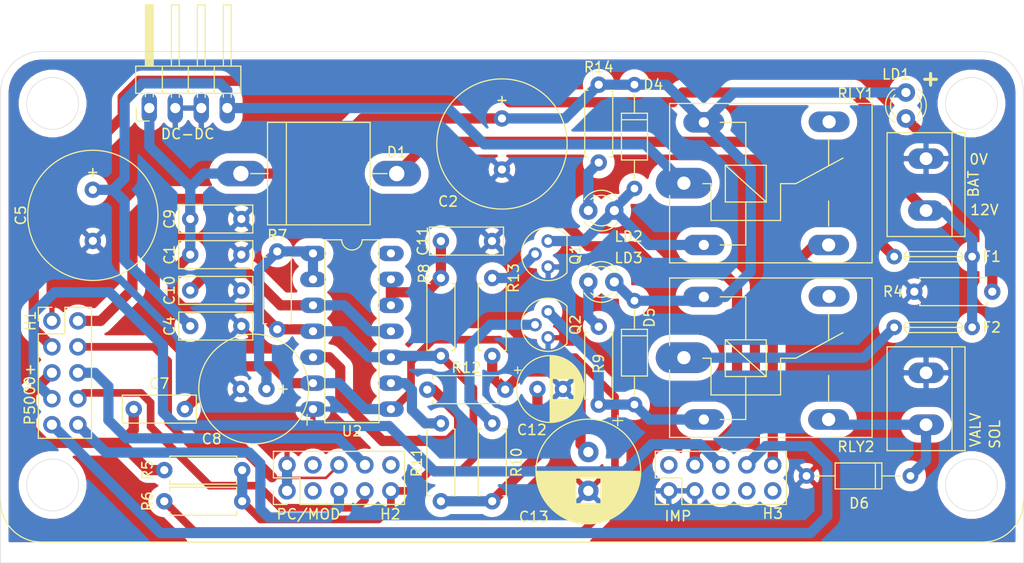
<source format=kicad_pcb>
(kicad_pcb (version 20171130) (host pcbnew "(5.1.12)-1")
  (layers (0 F.Cu signal) (31 B.Cu signal hide) (34 B.Paste user) (35 F.Paste user) (36 B.SilkS user) (37 F.SilkS user) (38 B.Mask user) (39 F.Mask user) (44 Edge.Cuts user))
  (net 0 "")
  (net 1 Earth)
  (net 2 "Net-(BAT1-Pad1)")
  (net 3 "Net-(C1-Pad2)")
  (net 4 "Net-(C4-Pad1)")
  (net 5 "Net-(C7-Pad2)")
  (net 6 "Net-(C7-Pad1)")
  (net 7 "Net-(C10-Pad2)")
  (net 8 "Net-(C11-Pad2)")
  (net 9 "Net-(C12-Pad1)")
  (net 10 "Net-(C13-Pad1)")
  (net 11 "Net-(D1-Pad1)")
  (net 12 "Net-(D4-Pad2)")
  (net 13 "Net-(D5-Pad2)")
  (net 14 "Net-(D6-Pad2)")
  (net 15 "Net-(F2-Pad2)")
  (net 16 "Net-(H1-Pad10)")
  (net 17 "Net-(H1-Pad9)")
  (net 18 "Net-(H1-Pad8)")
  (net 19 "Net-(H1-Pad7)")
  (net 20 "Net-(H1-Pad6)")
  (net 21 "Net-(H1-Pad5)")
  (net 22 "Net-(H1-Pad4)")
  (net 23 "Net-(H2-Pad9)")
  (net 24 "Net-(H2-Pad6)")
  (net 25 "Net-(H2-Pad2)")
  (net 26 "Net-(H3-Pad10)")
  (net 27 "Net-(H3-Pad6)")
  (net 28 "Net-(H3-Pad5)")
  (net 29 "Net-(H3-Pad4)")
  (net 30 "Net-(H3-Pad3)")
  (net 31 "Net-(LD1-Pad2)")
  (net 32 "Net-(LD2-Pad2)")
  (net 33 "Net-(LD3-Pad2)")
  (net 34 "Net-(Q1-Pad2)")
  (net 35 "Net-(Q2-Pad2)")
  (net 36 "Net-(R11-Pad2)")
  (net 37 "Net-(R12-Pad2)")
  (net 38 "Net-(RLY1-Pad4)")
  (net 39 "Net-(RLY2-Pad4)")
  (net 40 "Net-(U2-Pad14)")
  (net 41 "Net-(C8-Pad1)")
  (module Package_TO_SOT_THT:TO-92 (layer F.Cu) (at 129.7305 91.5035 90)
    (fp_text reference Q2 (at 1.27 2.667 90) (layer F.SilkS))
    (fp_text value PN2222A)
    (pad 1 thru_hole oval (at 0 0 90) (size 1.3 1.3) (drill 0.75) (layers *.Cu *.Mask) (net 1 Earth))
    (pad 3 thru_hole circle (at 2.54 0 90) (size 1.3 1.3) (drill 0.75) (layers *.Cu *.Mask) (net 13 "Net-(D5-Pad2)"))
    (pad 2 thru_hole circle (at 1.27 -1.27 90) (size 1.3 1.3) (drill 0.75) (layers *.Cu *.Mask) (net 35 "Net-(Q2-Pad2)"))
  )
  (module Package_TO_SOT_THT:TO-92 (layer F.Cu) (at 129.7305 84.582 90)
    (fp_text reference Q1 (at 1.2065 2.667 90) (layer F.SilkS))
    (fp_text value PN2222A)
    (pad 1 thru_hole oval (at 0 0 90) (size 1.3 1.3) (drill 0.75) (layers *.Cu *.Mask) (net 1 Earth))
    (pad 3 thru_hole circle (at 2.54 0 90) (size 1.3 1.3) (drill 0.75) (layers *.Cu *.Mask) (net 12 "Net-(D4-Pad2)"))
    (pad 2 thru_hole circle (at 1.27 -1.27 90) (size 1.3 1.3) (drill 0.75) (layers *.Cu *.Mask) (net 34 "Net-(Q1-Pad2)"))
  )
  (module TerminalBlock:TerminalBlock_bornier-2_P5.08mm (layer F.Cu) (at 166.6875 100.0125 90)
    (fp_text reference VALV1 hide)
    (fp_text value Conn_01x02)
    (pad 2 thru_hole oval (at 5.08 0 90) (size 2 3.5) (drill 1.25) (layers *.Cu *.Mask) (net 1 Earth))
    (pad 1 thru_hole oval (at 0 0 90) (size 2 3.5) (drill 1.25) (layers *.Cu *.Mask) (net 14 "Net-(D6-Pad2)"))
  )
  (module Package_DIP:DIP-14_W7.62mm (layer F.Cu) (at 106.7435 83.2485)
    (fp_text reference U2 (at 3.81 17.399) (layer F.SilkS))
    (fp_text value NE556N)
    (pad 14 thru_hole oval (at 7.62 0) (size 2.5 1.5) (drill 0.8) (layers *.Cu *.Mask) (net 40 "Net-(U2-Pad14)"))
    (pad 7 thru_hole oval (at 0 15.24) (size 2.5 1.5) (drill 0.8) (layers *.Cu *.Mask) (net 1 Earth))
    (pad 13 thru_hole oval (at 7.62 2.54) (size 2.5 1.5) (drill 0.8) (layers *.Cu *.Mask) (net 8 "Net-(C11-Pad2)"))
    (pad 6 thru_hole oval (at 0 12.7) (size 2.5 1.5) (drill 0.8) (layers *.Cu *.Mask) (net 5 "Net-(C7-Pad2)"))
    (pad 12 thru_hole oval (at 7.62 5.08) (size 2.5 1.5) (drill 0.8) (layers *.Cu *.Mask) (net 8 "Net-(C11-Pad2)"))
    (pad 5 thru_hole oval (at 0 10.16) (size 2.5 1.5) (drill 0.8) (layers *.Cu *.Mask) (net 37 "Net-(R12-Pad2)"))
    (pad 11 thru_hole oval (at 7.62 7.62) (size 2.5 1.5) (drill 0.8) (layers *.Cu *.Mask) (net 7 "Net-(C10-Pad2)"))
    (pad 4 thru_hole oval (at 0 7.62) (size 2.5 1.5) (drill 0.8) (layers *.Cu *.Mask) (net 3 "Net-(C1-Pad2)"))
    (pad 10 thru_hole oval (at 7.62 10.16) (size 2.5 1.5) (drill 0.8) (layers *.Cu *.Mask) (net 3 "Net-(C1-Pad2)"))
    (pad 3 thru_hole oval (at 0 5.08) (size 2.5 1.5) (drill 0.8) (layers *.Cu *.Mask) (net 7 "Net-(C10-Pad2)"))
    (pad 9 thru_hole oval (at 7.62 12.7) (size 2.5 1.5) (drill 0.8) (layers *.Cu *.Mask) (net 36 "Net-(R11-Pad2)"))
    (pad 2 thru_hole oval (at 0 2.54) (size 2.5 1.5) (drill 0.8) (layers *.Cu *.Mask) (net 41 "Net-(C8-Pad1)"))
    (pad 8 thru_hole oval (at 7.62 15.24) (size 2.5 1.5) (drill 0.8) (layers *.Cu *.Mask) (net 5 "Net-(C7-Pad2)"))
    (pad 1 thru_hole oval (at 0 0) (size 2.5 1.5) (drill 0.8) (layers *.Cu *.Mask) (net 41 "Net-(C8-Pad1)"))
  )
  (module Relay_THT:Relay_SPDT_SANYOU_SRD_Series_Form_C (layer F.Cu) (at 143.0125 93.4545)
    (fp_text reference RLY2 (at 16.817 8.717) (layer F.SilkS))
    (fp_text value SANYOU_SRD_Form_C)
    (pad 1 thru_hole oval (at 0 0 90) (size 3 5.5) (drill 1.3) (layers *.Cu *.Mask) (net 15 "Net-(F2-Pad2)"))
    (pad 5 thru_hole oval (at 1.95 -5.95 90) (size 2 4) (drill 1) (layers *.Cu *.Mask) (net 3 "Net-(C1-Pad2)"))
    (pad 4 thru_hole oval (at 14.2 -6 90) (size 2 4) (drill 1.3) (layers *.Cu *.Mask) (net 39 "Net-(RLY2-Pad4)"))
    (pad 3 thru_hole oval (at 14.15 6.05 90) (size 2 4) (drill 1.3) (layers *.Cu *.Mask) (net 14 "Net-(D6-Pad2)"))
    (pad 2 thru_hole oval (at 1.95 6.05 90) (size 2 4) (drill 1) (layers *.Cu *.Mask) (net 13 "Net-(D5-Pad2)"))
  )
  (module Relay_THT:Relay_SPDT_SANYOU_SRD_Series_Form_C (layer F.Cu) (at 143.0125 76.373)
    (fp_text reference RLY1 (at 16.817 -8.7455) (layer F.SilkS))
    (fp_text value SANYOU_SRD_Form_C)
    (pad 1 thru_hole oval (at 0 0 90) (size 3 5.5) (drill 1.3) (layers *.Cu *.Mask) (net 4 "Net-(C4-Pad1)"))
    (pad 5 thru_hole oval (at 1.95 -5.95 90) (size 2 4) (drill 1) (layers *.Cu *.Mask) (net 3 "Net-(C1-Pad2)"))
    (pad 4 thru_hole oval (at 14.2 -6 90) (size 2 4) (drill 1.3) (layers *.Cu *.Mask) (net 38 "Net-(RLY1-Pad4)"))
    (pad 3 thru_hole oval (at 14.15 6.05 90) (size 2 4) (drill 1.3) (layers *.Cu *.Mask) (net 27 "Net-(H3-Pad6)"))
    (pad 2 thru_hole oval (at 1.95 6.05 90) (size 2 4) (drill 1) (layers *.Cu *.Mask) (net 12 "Net-(D4-Pad2)"))
  )
  (module Resistor_THT:R_Axial_DIN0207_L6.3mm_D2.5mm_P7.62mm_Horizontal (layer F.Cu) (at 134.6835 74.3585 90)
    (fp_text reference R14 (at 9.3345 0 180) (layer F.SilkS))
    (fp_text value R_Small)
    (pad 2 thru_hole oval (at 7.62 0 90) (size 1.6 1.6) (drill 0.8) (layers *.Cu *.Mask) (net 3 "Net-(C1-Pad2)"))
    (pad 1 thru_hole circle (at 0 0 90) (size 1.6 1.6) (drill 0.8) (layers *.Cu *.Mask) (net 32 "Net-(LD2-Pad2)"))
  )
  (module Resistor_THT:R_Axial_DIN0207_L6.3mm_D2.5mm_P7.62mm_Horizontal (layer F.Cu) (at 124.2695 85.6615 270)
    (fp_text reference R13 (at 0 -2.0955 90) (layer F.SilkS))
    (fp_text value R_Small)
    (pad 2 thru_hole oval (at 7.62 0 270) (size 1.6 1.6) (drill 0.8) (layers *.Cu *.Mask) (net 10 "Net-(C13-Pad1)"))
    (pad 1 thru_hole circle (at 0 0 270) (size 1.6 1.6) (drill 0.8) (layers *.Cu *.Mask) (net 34 "Net-(Q1-Pad2)"))
  )
  (module Resistor_THT:R_Axial_DIN0207_L6.3mm_D2.5mm_P7.62mm_Horizontal (layer F.Cu) (at 125.5395 96.5835 180)
    (fp_text reference R12 (at 3.81 2.159) (layer F.SilkS))
    (fp_text value R_Small)
    (pad 2 thru_hole oval (at 7.62 0 180) (size 1.6 1.6) (drill 0.8) (layers *.Cu *.Mask) (net 37 "Net-(R12-Pad2)"))
    (pad 1 thru_hole circle (at 0 0 180) (size 1.6 1.6) (drill 0.8) (layers *.Cu *.Mask) (net 10 "Net-(C13-Pad1)"))
  )
  (module Resistor_THT:R_Axial_DIN0207_L6.3mm_D2.5mm_P7.62mm_Horizontal (layer F.Cu) (at 119.253 107.5055 90)
    (fp_text reference R11 (at 3.81 -2.37 90) (layer F.SilkS))
    (fp_text value R_Small)
    (pad 2 thru_hole oval (at 7.62 0 90) (size 1.6 1.6) (drill 0.8) (layers *.Cu *.Mask) (net 36 "Net-(R11-Pad2)"))
    (pad 1 thru_hole circle (at 0 0 90) (size 1.6 1.6) (drill 0.8) (layers *.Cu *.Mask) (net 9 "Net-(C12-Pad1)"))
  )
  (module Resistor_THT:R_Axial_DIN0207_L6.3mm_D2.5mm_P7.62mm_Horizontal (layer F.Cu) (at 124.2695 99.8855 270)
    (fp_text reference R10 (at 3.81 -2.37 90) (layer F.SilkS))
    (fp_text value R_Small)
    (pad 2 thru_hole oval (at 7.62 0 270) (size 1.6 1.6) (drill 0.8) (layers *.Cu *.Mask) (net 9 "Net-(C12-Pad1)"))
    (pad 1 thru_hole circle (at 0 0 270) (size 1.6 1.6) (drill 0.8) (layers *.Cu *.Mask) (net 35 "Net-(Q2-Pad2)"))
  )
  (module Resistor_THT:R_Axial_DIN0207_L6.3mm_D2.5mm_P7.62mm_Horizontal (layer F.Cu) (at 134.6835 98.044 90)
    (fp_text reference R9 (at 4.0005 0 270) (layer F.SilkS))
    (fp_text value R_Small)
    (pad 2 thru_hole oval (at 7.62 0 90) (size 1.6 1.6) (drill 0.8) (layers *.Cu *.Mask) (net 33 "Net-(LD3-Pad2)"))
    (pad 1 thru_hole circle (at 0 0 90) (size 1.6 1.6) (drill 0.8) (layers *.Cu *.Mask) (net 13 "Net-(D5-Pad2)"))
  )
  (module Resistor_THT:R_Axial_DIN0207_L6.3mm_D2.5mm_P7.62mm_Horizontal (layer F.Cu) (at 119.253 93.2815 90)
    (fp_text reference R8 (at 8.0645 -1.651 270) (layer F.SilkS))
    (fp_text value R_Small)
    (pad 2 thru_hole oval (at 7.62 0 90) (size 1.6 1.6) (drill 0.8) (layers *.Cu *.Mask) (net 8 "Net-(C11-Pad2)"))
    (pad 1 thru_hole circle (at 0 0 90) (size 1.6 1.6) (drill 0.8) (layers *.Cu *.Mask) (net 3 "Net-(C1-Pad2)"))
  )
  (module Resistor_THT:R_Axial_DIN0207_L6.3mm_D2.5mm_P7.62mm_Horizontal (layer F.Cu) (at 103.251 90.678 90)
    (fp_text reference R7 (at 9.2075 0 180) (layer F.SilkS))
    (fp_text value R_Small)
    (pad 2 thru_hole oval (at 7.62 0 90) (size 1.6 1.6) (drill 0.8) (layers *.Cu *.Mask) (net 41 "Net-(C8-Pad1)"))
    (pad 1 thru_hole circle (at 0 0 90) (size 1.6 1.6) (drill 0.8) (layers *.Cu *.Mask) (net 3 "Net-(C1-Pad2)"))
  )
  (module Resistor_THT:R_Axial_DIN0207_L6.3mm_D2.5mm_P7.62mm_Horizontal (layer F.Cu) (at 99.822 107.5055 180)
    (fp_text reference R6 (at 9.271 0 90) (layer F.SilkS))
    (fp_text value R_Small)
    (pad 2 thru_hole oval (at 7.62 0 180) (size 1.6 1.6) (drill 0.8) (layers *.Cu *.Mask) (net 5 "Net-(C7-Pad2)"))
    (pad 1 thru_hole circle (at 0 0 180) (size 1.6 1.6) (drill 0.8) (layers *.Cu *.Mask) (net 3 "Net-(C1-Pad2)"))
  )
  (module Resistor_THT:R_Axial_DIN0207_L6.3mm_D2.5mm_P7.62mm_Horizontal (layer F.Cu) (at 99.822 104.4575 180)
    (fp_text reference R5 (at 9.271 0 90) (layer F.SilkS))
    (fp_text value R_Small)
    (pad 2 thru_hole oval (at 7.62 0 180) (size 1.6 1.6) (drill 0.8) (layers *.Cu *.Mask) (net 6 "Net-(C7-Pad1)"))
    (pad 1 thru_hole circle (at 0 0 180) (size 1.6 1.6) (drill 0.8) (layers *.Cu *.Mask) (net 3 "Net-(C1-Pad2)"))
  )
  (module Resistor_THT:R_Axial_DIN0207_L6.3mm_D2.5mm_P7.62mm_Horizontal (layer F.Cu) (at 165.5445 86.995)
    (fp_text reference R4 (at -2.0955 0) (layer F.SilkS))
    (fp_text value R_Small)
    (pad 2 thru_hole oval (at 7.62 0) (size 1.6 1.6) (drill 0.8) (layers *.Cu *.Mask) (net 31 "Net-(LD1-Pad2)"))
    (pad 1 thru_hole circle (at 0 0) (size 1.6 1.6) (drill 0.8) (layers *.Cu *.Mask) (net 1 Earth))
  )
  (module LED_THT:LED_D3.0mm (layer F.Cu) (at 136.2075 86.0425 180)
    (fp_text reference LD3 (at -1.397 2.3495) (layer F.SilkS))
    (fp_text value LED)
    (pad 2 thru_hole circle (at 2.54 0 180) (size 1.8 1.8) (drill 0.9) (layers *.Cu *.Mask) (net 33 "Net-(LD3-Pad2)"))
    (pad 1 thru_hole oval (at 0 0 180) (size 1.8 1.8) (drill 0.9) (layers *.Cu *.Mask) (net 3 "Net-(C1-Pad2)"))
  )
  (module LED_THT:LED_D3.0mm (layer F.Cu) (at 136.2075 79.0575 180)
    (fp_text reference LD2 (at -1.397 -2.54) (layer F.SilkS))
    (fp_text value LED)
    (pad 2 thru_hole circle (at 2.54 0 180) (size 1.8 1.8) (drill 0.9) (layers *.Cu *.Mask) (net 32 "Net-(LD2-Pad2)"))
    (pad 1 thru_hole oval (at 0 0 180) (size 1.8 1.8) (drill 0.9) (layers *.Cu *.Mask) (net 12 "Net-(D4-Pad2)"))
  )
  (module LED_THT:LED_D3.0mm (layer F.Cu) (at 164.719 67.5005 270)
    (fp_text reference LD1 (at -1.778 0.9525 180) (layer F.SilkS))
    (fp_text value LED)
    (pad 2 thru_hole circle (at 2.54 0 270) (size 1.8 1.8) (drill 0.9) (layers *.Cu *.Mask) (net 31 "Net-(LD1-Pad2)"))
    (pad 1 thru_hole oval (at 0 0 270) (size 1.8 1.8) (drill 0.9) (layers *.Cu *.Mask) (net 3 "Net-(C1-Pad2)"))
  )
  (module Connector_PinHeader_2.54mm:PinHeader_2x05_P2.54mm_Vertical (layer F.Cu) (at 141.5415 106.4895 90)
    (fp_text reference H3 (at -2.2225 10.16 180) (layer F.SilkS))
    (fp_text value Conn_02x05_Counter_Clockwise)
    (pad 6 thru_hole oval (at 2.54 10.16 90) (size 1.7 1.7) (drill 1) (layers *.Cu *.Mask) (net 27 "Net-(H3-Pad6)"))
    (pad 5 thru_hole oval (at 0 10.16 90) (size 1.7 1.7) (drill 1) (layers *.Cu *.Mask) (net 28 "Net-(H3-Pad5)"))
    (pad 7 thru_hole oval (at 2.54 7.62 90) (size 1.7 1.7) (drill 1) (layers *.Cu *.Mask) (net 21 "Net-(H1-Pad5)"))
    (pad 4 thru_hole oval (at 0 7.62 90) (size 1.7 1.7) (drill 1) (layers *.Cu *.Mask) (net 29 "Net-(H3-Pad4)"))
    (pad 8 thru_hole oval (at 2.54 5.08 90) (size 1.7 1.7) (drill 1) (layers *.Cu *.Mask) (net 22 "Net-(H1-Pad4)"))
    (pad 3 thru_hole oval (at 0 5.08 90) (size 1.7 1.7) (drill 1) (layers *.Cu *.Mask) (net 30 "Net-(H3-Pad3)"))
    (pad 9 thru_hole oval (at 2.54 2.54 90) (size 1.7 1.7) (drill 1) (layers *.Cu *.Mask) (net 16 "Net-(H1-Pad10)"))
    (pad 2 thru_hole oval (at 0 2.54 90) (size 1.7 1.7) (drill 1) (layers *.Cu *.Mask) (net 1 Earth))
    (pad 10 thru_hole oval (at 2.54 0 90) (size 1.7 1.7) (drill 1) (layers *.Cu *.Mask) (net 26 "Net-(H3-Pad10)"))
    (pad 1 thru_hole oval (at 0 0 90) (size 1.7 1.7) (drill 1) (layers *.Cu *.Mask) (net 1 Earth))
  )
  (module Connector_PinHeader_2.54mm:PinHeader_2x05_P2.54mm_Vertical (layer F.Cu) (at 104.2035 106.4895 90)
    (fp_text reference H2 (at -2.286 10.0965 180) (layer F.SilkS))
    (fp_text value Conn_02x05_Counter_Clockwise)
    (pad 6 thru_hole oval (at 2.54 10.16 90) (size 1.7 1.7) (drill 1) (layers *.Cu *.Mask) (net 24 "Net-(H2-Pad6)"))
    (pad 5 thru_hole oval (at 0 10.16 90) (size 1.7 1.7) (drill 1) (layers *.Cu *.Mask) (net 3 "Net-(C1-Pad2)"))
    (pad 7 thru_hole oval (at 2.54 7.62 90) (size 1.7 1.7) (drill 1) (layers *.Cu *.Mask) (net 18 "Net-(H1-Pad8)"))
    (pad 4 thru_hole oval (at 0 7.62 90) (size 1.7 1.7) (drill 1) (layers *.Cu *.Mask) (net 19 "Net-(H1-Pad7)"))
    (pad 8 thru_hole oval (at 2.54 5.08 90) (size 1.7 1.7) (drill 1) (layers *.Cu *.Mask) (net 17 "Net-(H1-Pad9)"))
    (pad 3 thru_hole oval (at 0 5.08 90) (size 1.7 1.7) (drill 1) (layers *.Cu *.Mask) (net 20 "Net-(H1-Pad6)"))
    (pad 9 thru_hole oval (at 2.54 2.54 90) (size 1.7 1.7) (drill 1) (layers *.Cu *.Mask) (net 23 "Net-(H2-Pad9)"))
    (pad 2 thru_hole oval (at 0 2.54 90) (size 1.7 1.7) (drill 1) (layers *.Cu *.Mask) (net 25 "Net-(H2-Pad2)"))
    (pad 10 thru_hole oval (at 2.54 0 90) (size 1.7 1.7) (drill 1) (layers *.Cu *.Mask) (net 1 Earth))
    (pad 1 thru_hole oval (at 0 0 90) (size 1.7 1.7) (drill 1) (layers *.Cu *.Mask) (net 1 Earth))
  )
  (module Connector_PinHeader_2.54mm:PinHeader_2x05_P2.54mm_Vertical (layer F.Cu) (at 81.2165 89.8525)
    (fp_text reference H1 (at -2.0955 0 90) (layer F.SilkS))
    (fp_text value Conn_02x05_Counter_Clockwise)
    (pad 6 thru_hole oval (at 2.54 10.16) (size 1.7 1.7) (drill 1) (layers *.Cu *.Mask) (net 20 "Net-(H1-Pad6)"))
    (pad 5 thru_hole oval (at 0 10.16) (size 1.7 1.7) (drill 1) (layers *.Cu *.Mask) (net 21 "Net-(H1-Pad5)"))
    (pad 7 thru_hole oval (at 2.54 7.62) (size 1.7 1.7) (drill 1) (layers *.Cu *.Mask) (net 19 "Net-(H1-Pad7)"))
    (pad 4 thru_hole oval (at 0 7.62) (size 1.7 1.7) (drill 1) (layers *.Cu *.Mask) (net 22 "Net-(H1-Pad4)"))
    (pad 8 thru_hole oval (at 2.54 5.08) (size 1.7 1.7) (drill 1) (layers *.Cu *.Mask) (net 18 "Net-(H1-Pad8)"))
    (pad 3 thru_hole oval (at 0 5.08) (size 1.7 1.7) (drill 1) (layers *.Cu *.Mask) (net 6 "Net-(C7-Pad1)"))
    (pad 9 thru_hole oval (at 2.54 2.54) (size 1.7 1.7) (drill 1) (layers *.Cu *.Mask) (net 17 "Net-(H1-Pad9)"))
    (pad 2 thru_hole oval (at 0 2.54) (size 1.7 1.7) (drill 1) (layers *.Cu *.Mask) (net 2 "Net-(BAT1-Pad1)"))
    (pad 10 thru_hole oval (at 2.54 0) (size 1.7 1.7) (drill 1) (layers *.Cu *.Mask) (net 16 "Net-(H1-Pad10)"))
    (pad 1 thru_hole oval (at 0 0) (size 1.7 1.7) (drill 1) (layers *.Cu *.Mask) (net 1 Earth))
  )
  (module PCB_N2:fuse_7.62mm (layer F.Cu) (at 167.386 90.4875)
    (fp_text reference F2 (at 5.715 0) (layer F.SilkS))
    (fp_text value R_Small)
    (pad 2 thru_hole circle (at -3.81 0) (size 1.524 1.524) (drill 0.762) (layers *.Cu *.Mask) (net 15 "Net-(F2-Pad2)"))
    (pad 1 thru_hole circle (at 3.81 0) (size 1.524 1.524) (drill 0.762) (layers *.Cu *.Mask) (net 2 "Net-(BAT1-Pad1)"))
  )
  (module PCB_N2:fuse_7.62mm (layer F.Cu) (at 167.386 83.566)
    (fp_text reference F1 (at 5.715 0) (layer F.SilkS))
    (fp_text value R_Small)
    (pad 2 thru_hole circle (at -3.81 0) (size 1.524 1.524) (drill 0.762) (layers *.Cu *.Mask) (net 11 "Net-(D1-Pad1)"))
    (pad 1 thru_hole circle (at 3.81 0) (size 1.524 1.524) (drill 0.762) (layers *.Cu *.Mask) (net 2 "Net-(BAT1-Pad1)"))
  )
  (module Connector_PinHeader_2.54mm:PinHeader_1x04_P2.54mm_Horizontal (layer F.Cu) (at 90.7415 69.0245 90)
    (fp_text reference DC1 hide)
    (fp_text value Conn_01x04)
    (pad 4 thru_hole oval (at 0 7.62 90) (size 3 1.5) (drill 1) (layers *.Cu *.Mask) (net 4 "Net-(C4-Pad1)"))
    (pad 3 thru_hole oval (at 0 5.08 90) (size 3 1.5) (drill 1) (layers *.Cu *.Mask) (net 1 Earth))
    (pad 2 thru_hole oval (at 0 2.54 90) (size 3 1.5) (drill 1) (layers *.Cu *.Mask) (net 1 Earth))
    (pad 1 thru_hole oval (at 0 0 90) (size 3 1.5) (drill 1) (layers *.Cu *.Mask) (net 3 "Net-(C1-Pad2)"))
  )
  (module PCB_N2:diod_2.54-10.16 (layer F.Cu) (at 160.0835 105.029 180)
    (fp_text reference D6 (at -0.0635 -2.675) (layer F.SilkS))
    (fp_text value DIODE)
    (pad 1 thru_hole circle (at 5.08 0 180) (size 1.524 1.524) (drill 0.762) (layers *.Cu *.Mask) (net 1 Earth))
    (pad 2 thru_hole circle (at -5.08 0 180) (size 1.524 1.524) (drill 0.762) (layers *.Cu *.Mask) (net 14 "Net-(D6-Pad2)"))
  )
  (module PCB_N2:diod_2.54-10.16 (layer F.Cu) (at 138.176 92.964 270)
    (fp_text reference D5 (at -3.429 -1.4605 270) (layer F.SilkS))
    (fp_text value DIODE)
    (pad 2 thru_hole circle (at 5.08 0 270) (size 1.524 1.524) (drill 0.762) (layers *.Cu *.Mask) (net 13 "Net-(D5-Pad2)"))
    (pad 1 thru_hole circle (at -5.08 0 270) (size 1.524 1.524) (drill 0.762) (layers *.Cu *.Mask) (net 3 "Net-(C1-Pad2)"))
  )
  (module PCB_N2:diod_2.54-10.16 (layer F.Cu) (at 138.176 71.8185 270)
    (fp_text reference D4 (at -5.08 -1.8415 180) (layer F.SilkS))
    (fp_text value DIODE)
    (pad 2 thru_hole circle (at 5.08 0 270) (size 1.524 1.524) (drill 0.762) (layers *.Cu *.Mask) (net 12 "Net-(D4-Pad2)"))
    (pad 1 thru_hole circle (at -5.08 0 270) (size 1.524 1.524) (drill 0.762) (layers *.Cu *.Mask) (net 3 "Net-(C1-Pad2)"))
  )
  (module PCB_N2:diod_10-15.24mm (layer F.Cu) (at 107.315 75.438 180)
    (fp_text reference D1 (at -7.62 2.0955) (layer F.SilkS))
    (fp_text value DIODE)
    (pad 1 thru_hole oval (at -7.62 0 180) (size 4.75 2.5) (drill 1.5) (layers *.Cu *.Mask) (net 11 "Net-(D1-Pad1)"))
    (pad 2 thru_hole oval (at 7.62 0 180) (size 4.75 2.5) (drill 1.5) (layers *.Cu *.Mask) (net 3 "Net-(C1-Pad2)"))
  )
  (module Capacitor_THT:CP_Radial_D10.0mm_P3.80mm (layer F.Cu) (at 133.6675 102.6895 270)
    (fp_text reference C13 (at 6.34 5.334 180) (layer F.SilkS))
    (fp_text value CP_Small)
    (pad 2 thru_hole circle (at 3.8 0 270) (size 2 2) (drill 1) (layers *.Cu *.Mask) (net 1 Earth))
    (pad 1 thru_hole oval (at 0 0 270) (size 2 2) (drill 1) (layers *.Cu *.Mask) (net 10 "Net-(C13-Pad1)"))
  )
  (module Capacitor_THT:CP_Radial_D6.3mm_P2.50mm (layer F.Cu) (at 128.691 96.52)
    (fp_text reference C12 (at -0.548 4.0005) (layer F.SilkS))
    (fp_text value CP_Small)
    (pad 2 thru_hole circle (at 2.5 0) (size 1.6 1.6) (drill 0.8) (layers *.Cu *.Mask) (net 1 Earth))
    (pad 1 thru_hole oval (at 0 0) (size 1.6 1.6) (drill 0.8) (layers *.Cu *.Mask) (net 9 "Net-(C12-Pad1)"))
  )
  (module Capacitor_THT:C_Rect_L7.0mm_W2.5mm_P5.00mm (layer F.Cu) (at 124.253 82.042 180)
    (fp_text reference C11 (at 6.778 0 90) (layer F.SilkS))
    (fp_text value C_Small)
    (pad 2 thru_hole circle (at 5 0 180) (size 1.6 1.6) (drill 0.8) (layers *.Cu *.Mask) (net 8 "Net-(C11-Pad2)"))
    (pad 1 thru_hole circle (at 0 0 180) (size 1.6 1.6) (drill 0.8) (layers *.Cu *.Mask) (net 1 Earth))
  )
  (module Capacitor_THT:C_Rect_L7.0mm_W2.5mm_P5.00mm (layer F.Cu) (at 99.742 86.868 180)
    (fp_text reference C10 (at 7.032 0 90) (layer F.SilkS))
    (fp_text value C_Small)
    (pad 2 thru_hole circle (at 5 0 180) (size 1.6 1.6) (drill 0.8) (layers *.Cu *.Mask) (net 7 "Net-(C10-Pad2)"))
    (pad 1 thru_hole circle (at 0 0 180) (size 1.6 1.6) (drill 0.8) (layers *.Cu *.Mask) (net 1 Earth))
  )
  (module Capacitor_THT:C_Rect_L7.0mm_W2.5mm_P5.00mm (layer F.Cu) (at 94.742 79.883)
    (fp_text reference C9 (at -2.032 0 90) (layer F.SilkS))
    (fp_text value C_Small)
    (pad 2 thru_hole circle (at 5 0) (size 1.6 1.6) (drill 0.8) (layers *.Cu *.Mask) (net 1 Earth))
    (pad 1 thru_hole circle (at 0 0) (size 1.6 1.6) (drill 0.8) (layers *.Cu *.Mask) (net 3 "Net-(C1-Pad2)"))
  )
  (module Capacitor_THT:CP_Radial_Tantal_D10.5mm_P2.50mm (layer F.Cu) (at 102.195 96.52 180)
    (fp_text reference C8 (at 5.3575 -4.8895) (layer F.SilkS))
    (fp_text value CP_Small)
    (pad 2 thru_hole circle (at 2.5 0 180) (size 1.6 1.6) (drill 0.8) (layers *.Cu *.Mask) (net 1 Earth))
    (pad 1 thru_hole oval (at 0 0 180) (size 1.6 1.6) (drill 0.8) (layers *.Cu *.Mask) (net 41 "Net-(C8-Pad1)"))
  )
  (module Capacitor_THT:C_Rect_L7.0mm_W2.5mm_P5.00mm (layer F.Cu) (at 89.2175 98.4885)
    (fp_text reference C7 (at 2.5 -2.5) (layer F.SilkS))
    (fp_text value C_Small)
    (pad 2 thru_hole circle (at 5 0) (size 1.6 1.6) (drill 0.8) (layers *.Cu *.Mask) (net 5 "Net-(C7-Pad2)"))
    (pad 1 thru_hole circle (at 0 0) (size 1.6 1.6) (drill 0.8) (layers *.Cu *.Mask) (net 6 "Net-(C7-Pad1)"))
  )
  (module Capacitor_THT:C_Radial_D12.5mm_H20.0mm_P5.00mm (layer F.Cu) (at 85.217 77.0255 270)
    (fp_text reference C5 (at 2.5 7.0485 90) (layer F.SilkS))
    (fp_text value CP_Small)
    (pad 2 thru_hole circle (at 5 0 270) (size 1.6 1.6) (drill 0.8) (layers *.Cu *.Mask) (net 1 Earth))
    (pad 1 thru_hole circle (at 0 0 270) (size 1.6 1.6) (drill 0.8) (layers *.Cu *.Mask) (net 4 "Net-(C4-Pad1)"))
  )
  (module Capacitor_THT:C_Rect_L7.0mm_W2.5mm_P5.00mm (layer F.Cu) (at 94.742 90.3605)
    (fp_text reference C4 (at -2.032 0 90) (layer F.SilkS))
    (fp_text value C_Small)
    (pad 2 thru_hole circle (at 5 0) (size 1.6 1.6) (drill 0.8) (layers *.Cu *.Mask) (net 1 Earth))
    (pad 1 thru_hole circle (at 0 0) (size 1.6 1.6) (drill 0.8) (layers *.Cu *.Mask) (net 4 "Net-(C4-Pad1)"))
  )
  (module Capacitor_THT:C_Radial_D12.5mm_H20.0mm_P5.00mm (layer F.Cu) (at 125.222 70.0405 270)
    (fp_text reference C2 (at 8.128 5.2705 180) (layer F.SilkS))
    (fp_text value CP_Small)
    (pad 2 thru_hole circle (at 5 0 270) (size 1.6 1.6) (drill 0.8) (layers *.Cu *.Mask) (net 1 Earth))
    (pad 1 thru_hole circle (at 0 0 270) (size 1.6 1.6) (drill 0.8) (layers *.Cu *.Mask) (net 3 "Net-(C1-Pad2)"))
  )
  (module Capacitor_THT:C_Rect_L7.0mm_W2.5mm_P5.00mm (layer F.Cu) (at 99.742 83.3755 180)
    (fp_text reference C1 (at 7.032 0 90) (layer F.SilkS))
    (fp_text value C_Small)
    (pad 2 thru_hole circle (at 5 0 180) (size 1.6 1.6) (drill 0.8) (layers *.Cu *.Mask) (net 3 "Net-(C1-Pad2)"))
    (pad 1 thru_hole circle (at 0 0 180) (size 1.6 1.6) (drill 0.8) (layers *.Cu *.Mask) (net 1 Earth))
  )
  (module TerminalBlock:TerminalBlock_bornier-2_P5.08mm (layer F.Cu) (at 166.6875 79.0575 90)
    (fp_text reference BAT1 hide)
    (fp_text value Conn_01x02)
    (pad 2 thru_hole oval (at 5.08 0 90) (size 2 3.5) (drill 1.25) (layers *.Cu *.Mask) (net 1 Earth))
    (pad 1 thru_hole oval (at 0 0 90) (size 2 3.5) (drill 1.25) (layers *.Cu *.Mask) (net 2 "Net-(BAT1-Pad1)"))
  )
  (gr_text DC-DC (at 94.488 71.5645) (layer F.SilkS) (effects (font (size 1 1))))
  (gr_text IMP (at 142.4305 108.966) (layer F.SilkS) (effects (font (size 1 1))))
  (gr_text P5000+ (at 79.0575 97.028 90) (layer F.SilkS) (effects (font (size 1 1))))
  (gr_text PC/MOD (at 106.299 108.7755) (layer F.SilkS) (effects (font (size 1 1))))
  (gr_text 12V (at 172.4025 78.994) (layer F.SilkS) (effects (font (size 1 1))))
  (gr_text 0V (at 171.831 74.041) (layer F.SilkS) (effects (font (size 1 1))))
  (gr_text BAT (at 171.323 76.454 90) (layer F.SilkS) (effects (font (size 1 1))))
  (gr_text SOL (at 173.4185 100.965 90) (layer F.SilkS) (effects (font (size 1 1))))
  (gr_text VALV (at 171.5135 100.5205 90) (layer F.SilkS) (effects (font (size 1 1))))
  (gr_text + (at 167.132 66.1035) (layer F.SilkS) (effects (font (size 1.5 1.5) (thickness 0.3))))
  (gr_text + (at 85.217 75.2475) (layer F.SilkS) (effects (font (size 1 1))))
  (gr_text + (at 125.222 68.199) (layer F.SilkS) (effects (font (size 1 1))))
  (gr_text + (at 103.8225 96.4565) (layer F.SilkS) (effects (font (size 1 1))))
  (gr_line (start 172.212 111.506) (end 80.2005 111.506) (layer F.SilkS) (width 0.12))
  (gr_arc (start 172.212 107.5055) (end 172.212 111.506) (angle -90) (layer F.SilkS) (width 0.12))
  (gr_arc (start 80.2005 107.5055) (end 76.2 107.5055) (angle -90) (layer F.SilkS) (width 0.12))
  (gr_circle (center 81.28 105.918) (end 81.28 108.458) (layer Edge.Cuts) (width 0.05))
  (gr_circle (center 171.1325 105.918) (end 173.6725 105.918) (layer Edge.Cuts) (width 0.05))
  (gr_line (start 76.2 113.538) (end 176.2125 113.538) (layer Edge.Cuts) (width 0.05))
  (gr_line (start 76.2 113.4745) (end 76.2 113.538) (layer Edge.Cuts) (width 0.05))
  (gr_circle (center 171.1325 68.58) (end 173.6725 68.58) (layer Edge.Cuts) (width 0.05))
  (gr_circle (center 81.28 68.58) (end 78.74 68.58) (layer Edge.Cuts) (width 0.05))
  (gr_line (start 76.2 67.5005) (end 76.2 113.4745) (layer Edge.Cuts) (width 0.05))
  (gr_line (start 172.212 63.5) (end 80.2005 63.5) (layer Edge.Cuts) (width 0.05))
  (gr_line (start 176.2125 113.538) (end 176.2125 67.5005) (layer Edge.Cuts) (width 0.05))
  (gr_arc (start 172.212 67.5005) (end 176.2125 67.5005) (angle -90) (layer Edge.Cuts) (width 0.05))
  (gr_arc (start 80.2005 67.5005) (end 80.2005 63.5) (angle -90) (layer Edge.Cuts) (width 0.05))
  (segment (start 104.2035 106.4895) (end 104.2035 103.9495) (width 1) (layer B.Cu) (net 1))
  (segment (start 171.196 90.4875) (end 171.196 83.566) (width 1) (layer B.Cu) (net 2))
  (segment (start 166.6875 79.0575) (end 168.3385 79.0575) (width 1) (layer B.Cu) (net 2))
  (segment (start 171.196 81.915) (end 171.196 83.566) (width 1) (layer B.Cu) (net 2))
  (segment (start 168.3385 79.0575) (end 171.196 81.915) (width 1) (layer B.Cu) (net 2))
  (segment (start 81.2165 92.3925) (end 79.4385 90.6145) (width 1) (layer F.Cu) (net 2))
  (segment (start 79.4385 90.6145) (end 79.4385 78.5495) (width 1) (layer F.Cu) (net 2))
  (segment (start 79.4385 78.5495) (end 88.138 69.85) (width 1) (layer F.Cu) (net 2))
  (segment (start 88.138 69.85) (end 88.138 67.945) (width 1) (layer F.Cu) (net 2))
  (segment (start 88.138 67.945) (end 89.7255 66.3575) (width 1) (layer F.Cu) (net 2))
  (segment (start 89.7255 66.3575) (end 123.8885 66.3575) (width 1) (layer F.Cu) (net 2))
  (segment (start 123.8885 66.3575) (end 125.984 68.453) (width 1) (layer F.Cu) (net 2))
  (segment (start 125.984 68.453) (end 141.9225 68.453) (width 1) (layer F.Cu) (net 2))
  (segment (start 141.9225 68.453) (end 142.875 67.5005) (width 1) (layer F.Cu) (net 2))
  (segment (start 142.875 67.5005) (end 159.5755 67.5005) (width 1) (layer F.Cu) (net 2))
  (segment (start 159.5755 67.5005) (end 161.671 69.596) (width 1) (layer F.Cu) (net 2))
  (segment (start 161.671 74.041) (end 166.6875 79.0575) (width 1) (layer F.Cu) (net 2))
  (segment (start 161.671 69.596) (end 161.671 74.041) (width 1) (layer F.Cu) (net 2))
  (segment (start 94.742 83.3755) (end 94.742 79.883) (width 1) (layer B.Cu) (net 3))
  (segment (start 99.695 75.438) (end 96.0755 75.438) (width 1) (layer B.Cu) (net 3))
  (segment (start 94.742 76.7715) (end 94.742 79.883) (width 1) (layer B.Cu) (net 3))
  (segment (start 96.0755 75.438) (end 94.742 76.7715) (width 1) (layer B.Cu) (net 3))
  (segment (start 90.7415 72.771) (end 90.7415 69.0245) (width 1) (layer B.Cu) (net 3))
  (segment (start 94.742 76.7715) (end 90.7415 72.771) (width 1) (layer B.Cu) (net 3))
  (segment (start 147.885 67.5005) (end 144.9625 70.423) (width 1) (layer B.Cu) (net 3))
  (segment (start 164.719 67.5005) (end 147.885 67.5005) (width 1) (layer B.Cu) (net 3))
  (segment (start 141.278 66.7385) (end 144.9625 70.423) (width 1) (layer B.Cu) (net 3))
  (segment (start 138.176 66.7385) (end 141.278 66.7385) (width 1) (layer B.Cu) (net 3))
  (segment (start 138.176 66.7385) (end 134.6835 66.7385) (width 1) (layer B.Cu) (net 3))
  (segment (start 131.3815 70.0405) (end 134.6835 66.7385) (width 1) (layer B.Cu) (net 3))
  (segment (start 125.222 70.0405) (end 131.3815 70.0405) (width 1) (layer B.Cu) (net 3))
  (segment (start 144.9625 87.5045) (end 147.0645 87.5045) (width 1) (layer B.Cu) (net 3))
  (segment (start 147.0645 87.5045) (end 149.5425 85.0265) (width 1) (layer B.Cu) (net 3))
  (segment (start 149.5425 75.003) (end 144.9625 70.423) (width 1) (layer B.Cu) (net 3))
  (segment (start 149.5425 85.0265) (end 149.5425 75.003) (width 1) (layer B.Cu) (net 3))
  (segment (start 138.049 87.884) (end 136.2075 86.0425) (width 1) (layer B.Cu) (net 3))
  (segment (start 138.176 87.884) (end 138.049 87.884) (width 1) (layer B.Cu) (net 3))
  (segment (start 144.583 87.884) (end 144.9625 87.5045) (width 1) (layer B.Cu) (net 3))
  (segment (start 138.176 87.884) (end 144.583 87.884) (width 1) (layer B.Cu) (net 3))
  (segment (start 99.695 75.438) (end 106.172 75.438) (width 1) (layer F.Cu) (net 3))
  (segment (start 111.5695 70.0405) (end 110.07725 71.53275) (width 1) (layer F.Cu) (net 3))
  (segment (start 125.222 70.0405) (end 111.5695 70.0405) (width 1) (layer F.Cu) (net 3))
  (segment (start 106.172 75.438) (end 110.07725 71.53275) (width 1) (layer F.Cu) (net 3))
  (segment (start 99.822 107.5055) (end 99.822 104.4575) (width 1) (layer B.Cu) (net 3))
  (segment (start 114.4905 93.2815) (end 114.3635 93.4085) (width 1) (layer B.Cu) (net 3))
  (segment (start 119.253 93.2815) (end 114.4905 93.2815) (width 1) (layer B.Cu) (net 3))
  (segment (start 114.3635 93.4085) (end 112.2045 93.4085) (width 1) (layer B.Cu) (net 3))
  (segment (start 109.6645 90.8685) (end 106.7435 90.8685) (width 1) (layer B.Cu) (net 3))
  (segment (start 112.2045 93.4085) (end 109.6645 90.8685) (width 1) (layer B.Cu) (net 3))
  (segment (start 99.822 107.5055) (end 101.6 109.2835) (width 0.75) (layer F.Cu) (net 3))
  (segment (start 101.6 109.2835) (end 113.157 109.2835) (width 0.75) (layer F.Cu) (net 3))
  (segment (start 114.3635 108.077) (end 114.3635 106.4895) (width 0.75) (layer F.Cu) (net 3))
  (segment (start 113.157 109.2835) (end 114.3635 108.077) (width 0.75) (layer F.Cu) (net 3))
  (segment (start 114.3635 106.4895) (end 116.205 106.4895) (width 0.75) (layer F.Cu) (net 3))
  (segment (start 116.205 106.4895) (end 118.237 104.4575) (width 0.75) (layer F.Cu) (net 3))
  (segment (start 118.237 104.4575) (end 121.285 104.4575) (width 0.75) (layer F.Cu) (net 3))
  (segment (start 121.285 104.4575) (end 122.428 103.3145) (width 0.75) (layer F.Cu) (net 3))
  (segment (start 122.428 96.4565) (end 122.428 103.3145) (width 0.75) (layer F.Cu) (net 3))
  (segment (start 119.253 93.2815) (end 122.428 96.4565) (width 0.75) (layer F.Cu) (net 3))
  (segment (start 94.742 83.3755) (end 93.0275 85.09) (width 1) (layer F.Cu) (net 3))
  (segment (start 93.0275 85.09) (end 93.0275 87.5665) (width 1) (layer F.Cu) (net 3))
  (segment (start 93.0275 87.5665) (end 94.0435 88.5825) (width 1) (layer F.Cu) (net 3))
  (segment (start 101.1555 88.5825) (end 103.251 90.678) (width 1) (layer F.Cu) (net 3))
  (segment (start 94.0435 88.5825) (end 101.1555 88.5825) (width 1) (layer F.Cu) (net 3))
  (segment (start 106.553 90.678) (end 106.7435 90.8685) (width 1) (layer F.Cu) (net 3))
  (segment (start 103.251 90.678) (end 106.553 90.678) (width 1) (layer F.Cu) (net 3))
  (segment (start 94.742 90.3605) (end 88.3285 83.947) (width 1) (layer B.Cu) (net 4))
  (segment (start 88.3285 83.947) (end 88.3285 78.1685) (width 1) (layer B.Cu) (net 4))
  (segment (start 87.1855 77.0255) (end 85.217 77.0255) (width 1) (layer B.Cu) (net 4))
  (segment (start 88.3285 78.1685) (end 87.1855 77.0255) (width 1) (layer B.Cu) (net 4))
  (segment (start 97.663 66.6115) (end 98.3615 67.31) (width 1) (layer B.Cu) (net 4))
  (segment (start 90.043 66.6115) (end 97.663 66.6115) (width 1) (layer B.Cu) (net 4))
  (segment (start 88.3285 75.8825) (end 88.3285 68.326) (width 1) (layer B.Cu) (net 4))
  (segment (start 98.3615 67.31) (end 98.3615 69.0245) (width 1) (layer B.Cu) (net 4))
  (segment (start 88.3285 68.326) (end 90.043 66.6115) (width 1) (layer B.Cu) (net 4))
  (segment (start 87.1855 77.0255) (end 88.3285 75.8825) (width 1) (layer B.Cu) (net 4))
  (segment (start 98.3615 69.0245) (end 119.9515 69.0245) (width 1) (layer B.Cu) (net 4))
  (segment (start 119.9515 69.0245) (end 123.5075 72.5805) (width 1) (layer B.Cu) (net 4))
  (segment (start 139.22 72.5805) (end 143.0125 76.373) (width 1) (layer B.Cu) (net 4))
  (segment (start 123.5075 72.5805) (end 139.22 72.5805) (width 1) (layer B.Cu) (net 4))
  (segment (start 114.3635 98.4885) (end 111.8235 98.4885) (width 1) (layer B.Cu) (net 5))
  (segment (start 109.2835 95.9485) (end 106.7435 95.9485) (width 1) (layer B.Cu) (net 5))
  (segment (start 111.8235 98.4885) (end 109.2835 95.9485) (width 1) (layer B.Cu) (net 5))
  (segment (start 114.3635 98.4885) (end 114.8715 98.4885) (width 1) (layer F.Cu) (net 5))
  (segment (start 132.3975 93.4085) (end 136.271 97.282) (width 0.75) (layer F.Cu) (net 5))
  (segment (start 126.6825 93.4085) (end 132.3975 93.4085) (width 0.75) (layer F.Cu) (net 5))
  (segment (start 95.123 110.4265) (end 92.202 107.5055) (width 0.75) (layer F.Cu) (net 5))
  (segment (start 124.968 91.694) (end 126.6825 93.4085) (width 0.75) (layer F.Cu) (net 5))
  (segment (start 118.491 91.694) (end 124.968 91.694) (width 0.75) (layer F.Cu) (net 5))
  (segment (start 136.271 107.315) (end 133.1595 110.4265) (width 0.75) (layer F.Cu) (net 5))
  (segment (start 116.332 93.853) (end 118.491 91.694) (width 0.75) (layer F.Cu) (net 5))
  (segment (start 116.332 96.774) (end 116.332 93.853) (width 0.75) (layer F.Cu) (net 5))
  (segment (start 133.1595 110.4265) (end 95.123 110.4265) (width 0.75) (layer F.Cu) (net 5))
  (segment (start 136.271 97.282) (end 136.271 107.315) (width 0.75) (layer F.Cu) (net 5))
  (segment (start 114.6175 98.4885) (end 116.332 96.774) (width 0.75) (layer F.Cu) (net 5))
  (segment (start 114.3635 98.4885) (end 114.6175 98.4885) (width 0.75) (layer F.Cu) (net 5))
  (segment (start 102.8425 94.2975) (end 104.4935 95.9485) (width 1) (layer F.Cu) (net 5))
  (segment (start 98.4085 94.2975) (end 102.8425 94.2975) (width 1) (layer F.Cu) (net 5))
  (segment (start 104.4935 95.9485) (end 106.7435 95.9485) (width 1) (layer F.Cu) (net 5))
  (segment (start 94.2175 98.4885) (end 98.4085 94.2975) (width 1) (layer F.Cu) (net 5))
  (segment (start 89.2175 100.5205) (end 89.2175 98.4885) (width 1) (layer F.Cu) (net 6))
  (segment (start 87.9475 101.7905) (end 89.2175 100.5205) (width 1) (layer F.Cu) (net 6))
  (segment (start 90.6145 104.4575) (end 87.9475 101.7905) (width 1) (layer F.Cu) (net 6))
  (segment (start 92.202 104.4575) (end 90.6145 104.4575) (width 1) (layer F.Cu) (net 6))
  (segment (start 79.1845 96.9645) (end 81.2165 94.9325) (width 1) (layer F.Cu) (net 6))
  (segment (start 79.1845 100.457) (end 79.1845 96.9645) (width 1) (layer F.Cu) (net 6))
  (segment (start 80.518 101.7905) (end 79.1845 100.457) (width 1) (layer F.Cu) (net 6))
  (segment (start 87.9475 101.7905) (end 80.518 101.7905) (width 1) (layer F.Cu) (net 6))
  (segment (start 114.3635 90.8685) (end 112.3315 90.8685) (width 1) (layer B.Cu) (net 7))
  (segment (start 109.7915 88.3285) (end 106.7435 88.3285) (width 1) (layer B.Cu) (net 7))
  (segment (start 112.3315 90.8685) (end 109.7915 88.3285) (width 1) (layer B.Cu) (net 7))
  (segment (start 94.742 86.868) (end 96.4565 85.1535) (width 1) (layer F.Cu) (net 7))
  (segment (start 96.4565 85.1535) (end 100.3935 85.1535) (width 1) (layer F.Cu) (net 7))
  (segment (start 103.5685 88.3285) (end 106.7435 88.3285) (width 1) (layer F.Cu) (net 7))
  (segment (start 100.3935 85.1535) (end 103.5685 88.3285) (width 1) (layer F.Cu) (net 7))
  (segment (start 119.253 85.6615) (end 119.253 82.042) (width 1) (layer F.Cu) (net 8))
  (segment (start 114.3635 87.0585) (end 117.856 87.0585) (width 1) (layer F.Cu) (net 8))
  (segment (start 114.3635 88.3285) (end 114.3635 87.0585) (width 1) (layer F.Cu) (net 8))
  (segment (start 117.856 87.0585) (end 119.253 85.6615) (width 1) (layer F.Cu) (net 8))
  (segment (start 114.3635 87.0585) (end 114.3635 85.7885) (width 1) (layer F.Cu) (net 8))
  (segment (start 124.2695 107.5055) (end 119.253 107.5055) (width 1) (layer B.Cu) (net 9))
  (segment (start 128.691 103.084) (end 124.2695 107.5055) (width 1) (layer F.Cu) (net 9))
  (segment (start 128.691 96.52) (end 128.691 103.084) (width 1) (layer F.Cu) (net 9))
  (segment (start 124.2695 95.3135) (end 125.5395 96.5835) (width 1) (layer F.Cu) (net 10))
  (segment (start 124.2695 93.2815) (end 124.2695 95.3135) (width 1) (layer F.Cu) (net 10))
  (segment (start 133.6675 102.6895) (end 132.9055 101.9275) (width 1) (layer F.Cu) (net 10))
  (segment (start 132.9055 101.9275) (end 132.9055 95.758) (width 1) (layer F.Cu) (net 10))
  (segment (start 132.9055 95.758) (end 131.953 94.8055) (width 1) (layer F.Cu) (net 10))
  (segment (start 127.3175 94.8055) (end 125.5395 96.5835) (width 1) (layer F.Cu) (net 10))
  (segment (start 131.953 94.8055) (end 127.3175 94.8055) (width 1) (layer F.Cu) (net 10))
  (segment (start 114.935 75.438) (end 118.0465 72.3265) (width 1) (layer F.Cu) (net 11))
  (segment (start 152.3365 72.3265) (end 163.576 83.566) (width 1) (layer F.Cu) (net 11))
  (segment (start 118.0465 72.3265) (end 152.3365 72.3265) (width 1) (layer F.Cu) (net 11))
  (segment (start 136.2075 78.867) (end 138.176 76.8985) (width 1) (layer B.Cu) (net 12))
  (segment (start 136.2075 79.0575) (end 136.2075 78.867) (width 1) (layer B.Cu) (net 12))
  (segment (start 139.573 82.423) (end 136.2075 79.0575) (width 1) (layer B.Cu) (net 12))
  (segment (start 144.9625 82.423) (end 139.573 82.423) (width 1) (layer B.Cu) (net 12))
  (segment (start 133.223 82.042) (end 136.2075 79.0575) (width 1) (layer B.Cu) (net 12))
  (segment (start 129.7305 82.042) (end 133.223 82.042) (width 1) (layer B.Cu) (net 12))
  (segment (start 139.6365 99.5045) (end 138.176 98.044) (width 1) (layer B.Cu) (net 13))
  (segment (start 144.9625 99.5045) (end 139.6365 99.5045) (width 1) (layer B.Cu) (net 13))
  (segment (start 134.6835 93.9165) (end 129.7305 88.9635) (width 1) (layer B.Cu) (net 13))
  (segment (start 134.6835 98.044) (end 134.6835 93.9165) (width 1) (layer B.Cu) (net 13))
  (segment (start 138.176 98.044) (end 134.6835 98.044) (width 1) (layer B.Cu) (net 13))
  (segment (start 166.6875 103.505) (end 165.1635 105.029) (width 1) (layer B.Cu) (net 14))
  (segment (start 166.6875 100.0125) (end 166.6875 103.505) (width 1) (layer B.Cu) (net 14))
  (segment (start 157.6705 100.0125) (end 157.1625 99.5045) (width 1) (layer B.Cu) (net 14))
  (segment (start 166.6875 100.0125) (end 157.6705 100.0125) (width 1) (layer B.Cu) (net 14))
  (segment (start 160.609 93.4545) (end 163.576 90.4875) (width 1) (layer B.Cu) (net 15))
  (segment (start 143.0125 93.4545) (end 160.609 93.4545) (width 1) (layer B.Cu) (net 15))
  (segment (start 83.7565 89.8525) (end 85.979 89.8525) (width 1) (layer F.Cu) (net 16))
  (segment (start 85.979 89.8525) (end 89.0905 86.741) (width 1) (layer F.Cu) (net 16))
  (segment (start 89.0905 86.741) (end 89.0905 79.629) (width 1) (layer F.Cu) (net 16))
  (segment (start 89.0905 79.629) (end 90.805 77.9145) (width 1) (layer F.Cu) (net 16))
  (segment (start 90.805 77.9145) (end 129.032 77.9145) (width 1) (layer F.Cu) (net 16))
  (segment (start 129.032 77.9145) (end 133.6675 82.55) (width 1) (layer F.Cu) (net 16))
  (segment (start 133.6675 82.55) (end 138.1125 82.55) (width 1) (layer F.Cu) (net 16))
  (segment (start 138.1125 82.55) (end 140.5255 84.963) (width 1) (layer F.Cu) (net 16))
  (segment (start 140.5255 84.963) (end 146.685 84.963) (width 1) (layer F.Cu) (net 16))
  (segment (start 146.685 84.963) (end 148.209 86.487) (width 1) (layer F.Cu) (net 16))
  (segment (start 148.209 86.487) (end 148.209 100.0125) (width 1) (layer F.Cu) (net 16))
  (segment (start 148.209 100.0125) (end 146.177 102.0445) (width 1) (layer F.Cu) (net 16))
  (segment (start 146.177 102.0445) (end 144.78 102.0445) (width 1) (layer F.Cu) (net 16))
  (segment (start 144.0815 102.743) (end 144.0815 103.9495) (width 1) (layer F.Cu) (net 16))
  (segment (start 144.78 102.0445) (end 144.0815 102.743) (width 1) (layer F.Cu) (net 16))
  (segment (start 92.583 99.822) (end 94.996 102.235) (width 0.75) (layer F.Cu) (net 17))
  (segment (start 92.583 93.7895) (end 92.583 99.822) (width 0.75) (layer F.Cu) (net 17))
  (segment (start 91.186 92.3925) (end 92.583 93.7895) (width 0.75) (layer F.Cu) (net 17))
  (segment (start 83.7565 92.3925) (end 91.186 92.3925) (width 0.75) (layer F.Cu) (net 17))
  (segment (start 94.996 102.235) (end 99.822 102.235) (width 1) (layer F.Cu) (net 17))
  (segment (start 99.822 102.235) (end 102.743 105.156) (width 1) (layer F.Cu) (net 17))
  (segment (start 109.2835 103.9495) (end 108.0135 105.2195) (width 0.25) (layer F.Cu) (net 17))
  (segment (start 102.8065 105.2195) (end 102.743 105.156) (width 0.25) (layer F.Cu) (net 17))
  (segment (start 108.0135 105.2195) (end 102.8065 105.2195) (width 0.25) (layer F.Cu) (net 17))
  (segment (start 109.22 101.346) (end 111.8235 103.9495) (width 1) (layer B.Cu) (net 18))
  (segment (start 88.519 101.346) (end 109.22 101.346) (width 1) (layer B.Cu) (net 18))
  (segment (start 86.741 99.568) (end 88.519 101.346) (width 1) (layer B.Cu) (net 18))
  (segment (start 86.741 96.266) (end 86.741 99.568) (width 1) (layer B.Cu) (net 18))
  (segment (start 85.4075 94.9325) (end 86.741 96.266) (width 1) (layer B.Cu) (net 18))
  (segment (start 83.7565 94.9325) (end 85.4075 94.9325) (width 1) (layer B.Cu) (net 18))
  (segment (start 111.8235 107.3785) (end 111.8235 106.4895) (width 0.75) (layer F.Cu) (net 19))
  (segment (start 103.5685 108.1405) (end 111.0615 108.1405) (width 0.75) (layer F.Cu) (net 19))
  (segment (start 96.647 105.9815) (end 101.4095 105.9815) (width 0.75) (layer F.Cu) (net 19))
  (segment (start 90.8685 100.203) (end 96.647 105.9815) (width 0.75) (layer F.Cu) (net 19))
  (segment (start 90.8685 97.8535) (end 90.8685 100.203) (width 0.75) (layer F.Cu) (net 19))
  (segment (start 89.916 96.901) (end 90.8685 97.8535) (width 0.75) (layer F.Cu) (net 19))
  (segment (start 84.328 96.901) (end 89.916 96.901) (width 0.75) (layer F.Cu) (net 19))
  (segment (start 111.0615 108.1405) (end 111.8235 107.3785) (width 0.75) (layer F.Cu) (net 19))
  (segment (start 101.4095 105.9815) (end 103.5685 108.1405) (width 0.75) (layer F.Cu) (net 19))
  (segment (start 83.7565 97.4725) (end 84.328 96.901) (width 0.75) (layer F.Cu) (net 19))
  (segment (start 109.2835 106.4895) (end 109.2835 108.077) (width 1) (layer B.Cu) (net 20))
  (segment (start 109.2835 108.077) (end 108.2675 109.093) (width 1) (layer B.Cu) (net 20))
  (segment (start 108.2675 109.093) (end 102.4255 109.093) (width 1) (layer B.Cu) (net 20))
  (segment (start 102.4255 109.093) (end 101.6 108.2675) (width 1) (layer B.Cu) (net 20))
  (segment (start 85.979 102.235) (end 83.7565 100.0125) (width 1) (layer B.Cu) (net 20))
  (segment (start 101.6 108.2675) (end 101.6 103.8225) (width 1) (layer B.Cu) (net 20))
  (segment (start 101.6 103.8225) (end 100.5205 102.743) (width 1) (layer B.Cu) (net 20))
  (segment (start 86.487 102.743) (end 85.979 102.235) (width 1) (layer B.Cu) (net 20))
  (segment (start 100.5205 102.743) (end 86.487 102.743) (width 1) (layer B.Cu) (net 20))
  (segment (start 149.1615 103.9495) (end 151.003 102.108) (width 1) (layer B.Cu) (net 21))
  (segment (start 151.003 102.108) (end 155.194 102.108) (width 1) (layer B.Cu) (net 21))
  (segment (start 155.194 102.108) (end 157.0355 103.9495) (width 1) (layer B.Cu) (net 21))
  (segment (start 157.0355 108.966) (end 155.3845 110.617) (width 1) (layer B.Cu) (net 21))
  (segment (start 157.0355 103.9495) (end 157.0355 108.966) (width 1) (layer B.Cu) (net 21))
  (segment (start 91.821 110.617) (end 81.2165 100.0125) (width 1) (layer B.Cu) (net 21))
  (segment (start 155.3845 110.617) (end 91.821 110.617) (width 1) (layer B.Cu) (net 21))
  (segment (start 86.868 87.0585) (end 92.075 92.2655) (width 1) (layer B.Cu) (net 22))
  (segment (start 92.075 92.2655) (end 92.075 98.806) (width 1) (layer B.Cu) (net 22))
  (segment (start 109.22649 100.14599) (end 114.17949 100.14599) (width 1) (layer B.Cu) (net 22))
  (segment (start 109.1565 100.076) (end 109.22649 100.14599) (width 1) (layer B.Cu) (net 22))
  (segment (start 93.345 100.076) (end 109.1565 100.076) (width 1) (layer B.Cu) (net 22))
  (segment (start 114.17949 100.14599) (end 118.618 104.5845) (width 1) (layer B.Cu) (net 22))
  (segment (start 118.618 104.5845) (end 137.2235 104.5845) (width 1) (layer B.Cu) (net 22))
  (segment (start 137.2235 104.5845) (end 139.8905 101.9175) (width 1) (layer B.Cu) (net 22))
  (segment (start 144.5895 101.9175) (end 139.8905 101.9175) (width 1) (layer B.Cu) (net 22))
  (segment (start 146.6215 103.9495) (end 144.5895 101.9175) (width 1) (layer B.Cu) (net 22))
  (segment (start 81.2165 97.4725) (end 79.4385 95.6945) (width 1) (layer B.Cu) (net 22))
  (segment (start 79.4385 89.0905) (end 81.4705 87.0585) (width 1) (layer B.Cu) (net 22))
  (segment (start 79.4385 95.6945) (end 79.4385 89.0905) (width 1) (layer B.Cu) (net 22))
  (segment (start 81.4705 87.0585) (end 86.868 87.0585) (width 1) (layer B.Cu) (net 22))
  (segment (start 92.075 98.806) (end 93.345 100.076) (width 1) (layer B.Cu) (net 22))
  (segment (start 157.1625 82.423) (end 155.7655 82.423) (width 1) (layer F.Cu) (net 27))
  (segment (start 151.7015 86.487) (end 151.7015 103.9495) (width 1) (layer F.Cu) (net 27))
  (segment (start 155.7655 82.423) (end 151.7015 86.487) (width 1) (layer F.Cu) (net 27))
  (segment (start 164.719 70.0405) (end 166.6875 72.009) (width 1) (layer F.Cu) (net 31))
  (segment (start 166.6875 72.009) (end 169.1005 72.009) (width 1) (layer F.Cu) (net 31))
  (segment (start 173.1645 76.073) (end 173.1645 86.995) (width 1) (layer F.Cu) (net 31))
  (segment (start 169.1005 72.009) (end 173.1645 76.073) (width 1) (layer F.Cu) (net 31))
  (segment (start 133.6675 75.3745) (end 134.6835 74.3585) (width 1) (layer B.Cu) (net 32))
  (segment (start 133.6675 79.0575) (end 133.6675 75.3745) (width 1) (layer B.Cu) (net 32))
  (segment (start 133.6675 89.408) (end 134.6835 90.424) (width 1) (layer B.Cu) (net 33))
  (segment (start 133.6675 86.0425) (end 133.6675 89.408) (width 1) (layer B.Cu) (net 33))
  (segment (start 126.111 85.6615) (end 128.4605 83.312) (width 1) (layer B.Cu) (net 34))
  (segment (start 124.2695 85.6615) (end 126.111 85.6615) (width 1) (layer B.Cu) (net 34))
  (segment (start 124.2695 99.8855) (end 122.047 97.663) (width 1) (layer B.Cu) (net 35))
  (segment (start 122.047 97.663) (end 122.047 92.2655) (width 1) (layer B.Cu) (net 35))
  (segment (start 124.079 90.2335) (end 128.4605 90.2335) (width 1) (layer B.Cu) (net 35))
  (segment (start 122.047 92.2655) (end 124.079 90.2335) (width 1) (layer B.Cu) (net 35))
  (segment (start 115.7605 95.9485) (end 114.3635 95.9485) (width 1) (layer B.Cu) (net 36))
  (segment (start 116.419499 96.607499) (end 115.7605 95.9485) (width 1) (layer B.Cu) (net 36))
  (segment (start 116.419499 98.575999) (end 116.419499 96.607499) (width 1) (layer B.Cu) (net 36))
  (segment (start 117.729 99.8855) (end 116.419499 98.575999) (width 1) (layer B.Cu) (net 36))
  (segment (start 119.253 99.8855) (end 117.729 99.8855) (width 1) (layer B.Cu) (net 36))
  (segment (start 117.9195 96.5835) (end 118.491 96.5835) (width 1) (layer F.Cu) (net 37))
  (segment (start 118.491 96.5835) (end 121.031 99.1235) (width 1) (layer F.Cu) (net 37))
  (segment (start 121.031 99.1235) (end 121.031 100.5205) (width 1) (layer F.Cu) (net 37))
  (segment (start 121.031 100.5205) (end 119.9515 101.6) (width 1) (layer F.Cu) (net 37))
  (segment (start 119.9515 101.6) (end 113.538 101.6) (width 1) (layer F.Cu) (net 37))
  (segment (start 113.538 101.6) (end 109.4105 97.4725) (width 1) (layer F.Cu) (net 37))
  (segment (start 109.4105 97.4725) (end 109.4105 94.488) (width 1) (layer F.Cu) (net 37))
  (segment (start 108.331 93.4085) (end 106.7435 93.4085) (width 1) (layer F.Cu) (net 37))
  (segment (start 109.4105 94.488) (end 108.331 93.4085) (width 1) (layer F.Cu) (net 37))
  (segment (start 106.7435 85.7885) (end 106.7435 83.2485) (width 1) (layer B.Cu) (net 41))
  (segment (start 106.553 83.058) (end 106.7435 83.2485) (width 1) (layer B.Cu) (net 41))
  (segment (start 103.251 83.058) (end 106.553 83.058) (width 1) (layer B.Cu) (net 41))
  (segment (start 103.251 83.058) (end 101.473 84.836) (width 1) (layer B.Cu) (net 41))
  (segment (start 102.195 95.083) (end 101.473 94.361) (width 1) (layer B.Cu) (net 41))
  (segment (start 102.195 96.52) (end 102.195 95.083) (width 1) (layer B.Cu) (net 41))
  (segment (start 101.473 84.836) (end 101.473 94.361) (width 1) (layer B.Cu) (net 41))
  (zone (net 0) (net_name "") (layers F&B.Cu) (connect_pads (clearance 0.508)) (min_thickness 0.254)
    (keepout (tracks not_allowed) (vias not_allowed) (copperpour not_allowed))
    (fill (arc_segments 32) (thermal_gap 0.508) (thermal_bridge_width 0.508))
    (polygon (pts (xy 176.2125 113.538) (xy 76.2 113.538) (xy 76.2 111.506) (xy 176.2125 111.506)))
  )
  (zone (net 1) (net_name Earth) (layer F.Cu) (connect_pads (clearance 0.75)) (min_thickness 0.254) (fill yes (arc_segments 32) (thermal_gap 0.508) (thermal_bridge_width 0.508))
    (polygon (pts (xy 176.2125 113.538) (xy 76.2 113.538) (xy 76.2 63.5) (xy 176.2125 63.5)))
  )
  (zone (net 1) (net_name Earth) (layer B.Cu) (connect_pads (clearance 0.75)) (min_thickness 0.254) (fill yes (arc_segments 32) (thermal_gap 0.508) (thermal_bridge_width 0.508))
    (polygon (pts (xy 176.2125 113.538) (xy 76.2 113.538) (xy 76.2 63.5) (xy 176.2125 63.5)))
  )
)
</source>
